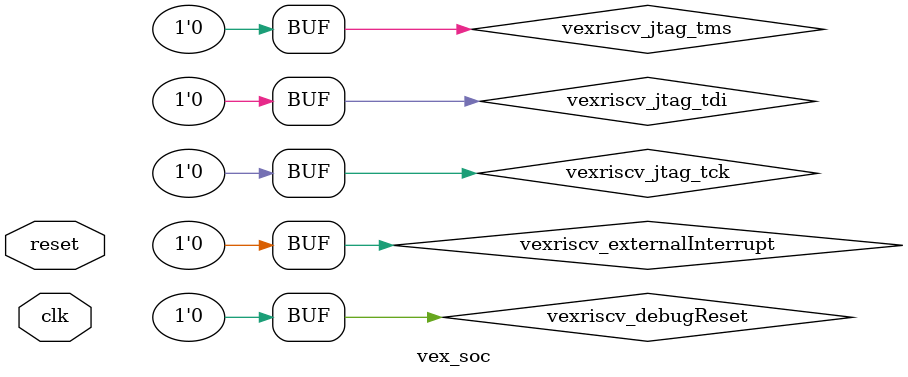
<source format=v>
/*
Top-level module for the Vexriscv SoC with AXI RAM and AXI Interconnect
*/
module vex_soc (
    input wire      reset,
    input wire      clk
);
    wire   	      	vexriscv_dBusAxi_ar_ready;
    wire   	      	vexriscv_dBusAxi_aw_ready;
    reg    	[7:0] 	vexriscv_dBusAxi_b_payload_id;
    reg    	[1:0] 	vexriscv_dBusAxi_b_payload_resp;
    reg    	      	vexriscv_dBusAxi_b_valid;
    reg    	[31:0]	vexriscv_dBusAxi_rf_payload_data;
    wire   	[7:0] 	vexriscv_dBusAxi_r_payload_id;
    reg    	      	vexriscv_dBusAxi_r_payload_last;
    reg    	[1:0] 	vexriscv_dBusAxi_r_payload_resp;
    wire   	      	vexriscv_dBusAxi_r_valid;
    reg    	      	vexriscv_dBusAxi_w_ready;
    wire   	      	vexriscv_debugReset = 1'd0;
    wire   	      	vexriscv_externalInterrupt  = 1'd0;
    reg    	      	vexriscv_iBusAxi_ar_ready;
    reg    	[31:0]	vexriscv_iBusAxi_r_payload_data;
    reg    	[7:0] 	vexriscv_iBusAxi_r_payload_id;
    reg    	      	vexriscv_iBusAxi_r_payload_last;
    reg    	[1:0] 	vexriscv_iBusAxi_r_payload_resp;
    reg    	      	vexriscv_iBusAxi_r_valid;
    reg    	      	vexriscv_jtag_tck = 1'd0;
    reg    	      	vexriscv_jtag_tdi = 1'd0;
    reg    	      	vexriscv_jtag_tms = 1'd0;
    wire   	      	vexriscv_reset;
    wire 	[2:0] 	vexriscv_dBusAxi_ar_payload_size;
    wire 	[3:0] 	vexriscv_dBusAxi_ar_payload_qos;
    wire 	[7:0] 	vexriscv_dBusAxi_ar_payload_id;
    wire   	      	vexriscv_iBusAxi_ar_valid;
    reg    	      	vexriscv_iBusAxi_ar_first;
    reg    	      	vexriscv_iBusAxi_ar_last;
    wire 	[31:0]	vexriscv_iBusAxi_ar_payload_addr;
    wire 	[1:0] 	vexriscv_iBusAxi_ar_payload_burst;
    wire 	[7:0] 	vexriscv_iBusAxi_ar_payload_len;
    wire 	[2:0] 	vexriscv_iBusAxi_ar_payload_size;
    wire 	[1:0] 	vexriscv_iBusAxi_ar_payload_lock;
    wire 	[2:0] 	vexriscv_iBusAxi_ar_payload_prot;
    wire	[3:0] 	vexriscv_iBusAxi_ar_payload_cache;
    wire 	[3:0] 	vexriscv_iBusAxi_ar_payload_qos;
    wire   	      	vexriscv_dBusAxi_ar_valid;
    reg    	      	vexriscv_dBusAxi_ar_first;
    reg    	      	vexriscv_dBusAxi_ar_last;
    wire 	[31:0]	vexriscv_dBusAxi_ar_payload_addr;
    wire 	[1:0] 	vexriscv_dBusAxi_ar_payload_burst;
    wire 	[7:0] 	vexriscv_dBusAxi_ar_payload_len;
    wire   	      	vexriscv_dBusAxi_ar_payload_lock;
    wire 	[2:0] 	vexriscv_dBusAxi_ar_payload_prot;
    reg		[31:0]	vexriscv_dBusAxi_r_payload_data;
    wire	[3:0] 	vexriscv_dBusAxi_ar_payload_cache;
    wire	[31:0]	vexriscv_dBusAxi_aw_payload_addr;
    wire	[1:0] 	vexriscv_dBusAxi_aw_payload_burst;
    wire	[7:0] 	vexriscv_dBusAxi_aw_payload_len;
    wire	[3:0] 	vexriscv_dBusAxi_aw_payload_size;
    wire   	      	vexriscv_dBusAxi_aw_payload_lock;
    wire	[2:0] 	vexriscv_dBusAxi_aw_payload_prot;
    wire	[3:0] 	vexriscv_dBusAxi_aw_payload_cache;
    wire	[3:0] 	vexriscv_dBusAxi_aw_payload_qos;
    wire   	      	vexriscv_dBusAxi_aw_payload_id;
    wire   	      	vexriscv_dBusAxi_aw_valid;
    reg    	      	vexriscv_dBusAxi_aw_first;
    reg    	      	vexriscv_dBusAxi_aw_last;
    wire   	      	vexriscv_dBusAxi_b_ready;
    wire   	      	vexriscv_dBusAxi_r_ready;
    wire   	      	vexriscv_iBusAxi_r_ready;
    reg		[31:0]	vexriscv_dBusAxi_w_payload_data;
    wire	[31:0]	axilitesram1_dat_w;
    wire	[3:0] 	vexriscv_dBusAxi_w_payload_strb;
    wire   	      	vexriscv_dBusAxi_w_last;
    wire   	      	vexriscv_dBusAxi_w_valid;
    wire   	      	vexriscv_iBusAxi_ar_payload_id;
    wire   	      	vexriscv_jtag_tdo;
    wire	[3:0] 	vexriscv_dBusAxi_ar_payload_region;
    wire   	      	vexriscv_dBusAxi_w_payload_last;
	wire			vexriscv_dBusAxi_aw_payload_user;
	wire			vexriscv_dBusAxi_w_payload_user;
	wire			vexriscv_dBusAxi_b_payload_user;
	wire			vexriscv_dBusAxi_ar_payload_user;
	wire			vexriscv_dBusAxi_r_payload_user;
    wire   	      	vexriscv5;
    wire   	      	vexriscv6;
    reg     [7:0]   axi4_m00_axi_awid;
    reg     [31:0]  axi4_m00_axi_awaddr;
    reg     [7:0]   axi4_m00_axi_awlen;
    reg     [2:0]   axi4_m00_axi_awsize;
    reg     [1:0]   axi4_m00_axi_awburst;
    reg             axi4_m00_axi_awlock;
    reg     [3:0]   axi4_m00_axi_awcache;
    reg     [2:0]   axi4_m00_axi_awprot;
    reg             axi4_m00_axi_awvalid;
    wire            axi4_m00_axi_awready;
    reg     [31:0]  axi4_m00_axi_wdata;
    reg     [3:0]   axi4_m00_axi_wstrb;
    reg             axi4_m00_axi_wlast;
    reg             axi4_m00_axi_wvalid;
    wire            axi4_m00_axi_wready;
    wire    [7:0]   axi4_m00_axi_bid;
    wire    [1:0]   axi4_m00_axi_bresp;
    wire            axi4_m00_axi_bvalid;
    reg             axi4_m00_axi_bready;
    reg     [7:0]   axi4_m00_axi_arid;
    reg     [31:0]  axi4_m00_axi_araddr;
    reg     [7:0]   axi4_m00_axi_arlen;
    reg     [2:0]   axi4_m00_axi_arsize;
    reg     [1:0]   axi4_m00_axi_arburst;
    reg             axi4_m00_axi_arlock;
    reg     [3:0]   axi4_m00_axi_arcache;
    reg     [2:0]   axi4_m00_axi_arprot;
    reg             axi4_m00_axi_arvalid;
    wire            axi4_m00_axi_arready;
    wire    [7:0]   axi4_m00_axi_rid;
    wire    [31:0]  axi4_m00_axi_rdata;
    wire    [1:0]   axi4_m00_axi_rresp;
    wire            axi4_m00_axi_rlast;
    wire            axi4_m00_axi_rvalid;
    reg             axi4_m00_axi_rready;
    wire			axi4_m00_axi_buser;
    wire 			axi4_m00_axi_ruser;

	
//------	-Ram--	---------------    
    reg 	[7:0] 	ram_s_axi_awid; 
    reg 	[31:0]	ram_s_axi_awaddr; 
    reg 	[7:0] 	ram_s_axi_awlen; 
    reg 	[2:0] 	ram_s_axi_awsize; 
    reg 	[1:0] 	ram_s_axi_awburst; 
    reg 	      	ram_s_axi_awlock; 
    reg 	[3:0] 	ram_s_axi_awcache; 
    reg 	[2:0] 	ram_s_axi_awprot; 
    reg 	      	ram_s_axi_awvalid; 
    wire	      	ram_s_axi_awready; 
    reg 	[31:0]	ram_s_axi_wdata; 
    reg 	[3:0] 	ram_s_axi_wstrb; 
    reg 	      	ram_s_axi_wlast; 
    reg 	      	ram_s_axi_wvalid; 
    wire	      	ram_s_axi_wready; 
    wire	[7:0] 	ram_s_axi_bid; 
    wire	[1:0] 	ram_s_axi_bresp; 
    wire	      	ram_s_axi_bvalid; 
    reg 	      	ram_s_axi_bready; 
    reg 	[7:0] 	ram_s_axi_arid; 
    reg 	[31:0]	ram_s_axi_araddr; 
    reg 	[7:0] 	ram_s_axi_arlen; 
    reg 	[2:0] 	ram_s_axi_arsize; 
    reg 	[1:0] 	ram_s_axi_arburst; 
    reg 	      	ram_s_axi_arlock; 
    reg 	[3:0] 	ram_s_axi_arcache; 
    reg 	[2:0] 	ram_s_axi_arprot; 
    reg 	      	ram_s_axi_arvalid; 
    wire	      	ram_s_axi_arready; 
    wire	[7:0] 	ram_s_axi_rid; 
    wire	[31:0]	ram_s_axi_rdata; 
    wire	[1:0] 	ram_s_axi_rresp; 
    wire	      	ram_s_axi_rlast; 
    wire	      	ram_s_axi_rvalid; 


//----------------Instansiation------------//


//---------------VexRiscv----------------

VexRiscvAxi4 cpu(
	.clk						(clk),
	.dBusAxi_ar_ready			(vexriscv_dBusAxi_ar_ready),
	.dBusAxi_aw_ready			(vexriscv_dBusAxi_aw_ready),
	.dBusAxi_b_payload_id		(vexriscv_dBusAxi_b_payload_id),
	.dBusAxi_b_payload_resp		(vexriscv_dBusAxi_b_payload_resp),
	.dBusAxi_b_valid			(vexriscv_dBusAxi_b_valid),
	.dBusAxi_r_payload_data		(vexriscv_dBusAxi_r_payload_data),
	.dBusAxi_r_payload_id		(vexriscv_dBusAxi_r_payload_id),
	.dBusAxi_r_payload_last		(vexriscv_dBusAxi_r_payload_last),
	.dBusAxi_r_payload_resp		(vexriscv_dBusAxi_r_payload_resp),
	.dBusAxi_r_valid			(vexriscv_dBusAxi_r_valid),
	.dBusAxi_w_ready			(vexriscv_dBusAxi_w_ready),
	.debugReset					(vexriscv_debugReset),
	.externalInterrupt			(vexriscv_externalInterrupt),
	.iBusAxi_ar_ready			(vexriscv_iBusAxi_ar_ready),
	.iBusAxi_r_payload_data		(vexriscv_iBusAxi_r_payload_data),
	.iBusAxi_r_payload_id		(vexriscv_iBusAxi_r_payload_id),
	.iBusAxi_r_payload_last		(vexriscv_iBusAxi_r_payload_last),
	.iBusAxi_r_payload_resp		(vexriscv_iBusAxi_r_payload_resp),
	.iBusAxi_r_valid			(vexriscv_iBusAxi_r_valid),
	.jtag_tck					(vexriscv_jtag_tck),
	.jtag_tdi					(vexriscv_jtag_tdi),
	.jtag_tms					(vexriscv_jtag_tms),
	.reset						(reset),
	.softwareInterrupt			(1'd0),
	.timerInterrupt				(1'd0),
	.dBusAxi_ar_payload_addr	(vexriscv_dBusAxi_ar_payload_addr),
	.dBusAxi_ar_payload_burst	(vexriscv_dBusAxi_ar_payload_burst),
	.dBusAxi_ar_payload_cache	(vexriscv_dBusAxi_ar_payload_cache),
	.dBusAxi_ar_payload_id		(vexriscv_dBusAxi_ar_payload_id),
	.dBusAxi_ar_payload_len		(vexriscv_dBusAxi_ar_payload_len),
	.dBusAxi_ar_payload_lock	(vexriscv_dBusAxi_ar_payload_lock),
	.dBusAxi_ar_payload_prot	(vexriscv_dBusAxi_ar_payload_prot),
	.dBusAxi_ar_payload_qos		(vexriscv_dBusAxi_ar_payload_qos),
	.dBusAxi_ar_payload_region	(vexriscv_dBusAxi_ar_payload_region),
	.dBusAxi_ar_payload_size	(vexriscv_dBusAxi_ar_payload_size),
	.dBusAxi_ar_valid			(vexriscv_dBusAxi_ar_valid),
	.dBusAxi_aw_payload_addr	(vexriscv_dBusAxi_aw_payload_addr),
	.dBusAxi_aw_payload_burst	(vexriscv_dBusAxi_aw_payload_burst),
	.dBusAxi_aw_payload_cache	(vexriscv_dBusAxi_aw_payload_cache),
	.dBusAxi_aw_payload_id		(vexriscv_dBusAxi_aw_payload_id),
	.dBusAxi_aw_payload_len		(vexriscv_dBusAxi_aw_payload_len),
	.dBusAxi_aw_payload_lock	(vexriscv_dBusAxi_aw_payload_lock),
	.dBusAxi_aw_payload_prot	(vexriscv_dBusAxi_aw_payload_prot),
	.dBusAxi_aw_payload_qos		(vexriscv_dBusAxi_aw_payload_qos),
	.dBusAxi_aw_payload_region	(vexriscv6),
	.dBusAxi_aw_payload_size	(vexriscv_dBusAxi_aw_payload_size),
	.dBusAxi_aw_valid			(vexriscv_dBusAxi_aw_valid),
	.dBusAxi_b_ready			(vexriscv_dBusAxi_b_ready),
	.dBusAxi_r_ready			(vexriscv_dBusAxi_r_ready),
	.dBusAxi_w_payload_data		(vexriscv_dBusAxi_w_payload_data),
	.dBusAxi_w_payload_last		(vexriscv_dBusAxi_w_payload_last),
	.dBusAxi_w_payload_strb		(vexriscv_dBusAxi_w_payload_strb),
	.dBusAxi_w_valid			(vexriscv_dBusAxi_w_valid),
	.iBusAxi_ar_payload_addr	(vexriscv_iBusAxi_ar_payload_addr),
	.iBusAxi_ar_payload_burst	(vexriscv_iBusAxi_ar_payload_burst),
	.iBusAxi_ar_payload_cache	(vexriscv_iBusAxi_ar_payload_cache),
	.iBusAxi_ar_payload_id		(vexriscv_iBusAxi_ar_payload_id),
	.iBusAxi_ar_payload_len		(vexriscv_iBusAxi_ar_payload_len),
	.iBusAxi_ar_payload_lock	(vexriscv_iBusAxi_ar_payload_lock),
	.iBusAxi_ar_payload_prot	(vexriscv_iBusAxi_ar_payload_prot),
	.iBusAxi_ar_payload_qos		(vexriscv_iBusAxi_ar_payload_qos),
	.iBusAxi_ar_payload_region	(vexriscv7),
	.iBusAxi_ar_payload_size	(vexriscv_iBusAxi_ar_payload_size),
	.iBusAxi_ar_valid			(vexriscv_iBusAxi_ar_valid),
	.iBusAxi_r_ready			(vexriscv_iBusAxi_r_ready),
	.jtag_tdo					(vexriscv5),
	.debug_resetOut				(vexriscv8));


//-----------AXI4 full interconnect-----------------

axi4_interconnect axi4(
    .clk						(clk),
    .rst						(reset),
	//-----------Slave-------------------
    .s00_axi_awid				(axi4_s00_axi_awid),
    .s00_axi_awaddr				(vexriscv_dBusAxi_aw_payload_addr),
    .s00_axi_awlen				(vexriscv_dBusAxi_aw_payload_len),
    .s00_axi_awsize				(vexriscv_dBusAxi_aw_payload_size),
    .s00_axi_awburst			(vexriscv_dBusAxi_aw_payload_burst),
    .s00_axi_awlock				(vexriscv_dBusAxi_aw_payload_lock),
    .s00_axi_awcache			(vexriscv_dBusAxi_aw_payload_cache),
    .s00_axi_awprot				(vexriscv_dBusAxi_aw_payload_prot),
    .s00_axi_awqos				(vexriscv_dBusAxi_aw_payload_qos),
    .s00_axi_awuser				(vexriscv_dBusAxi_aw_payload_user),
    .s00_axi_awvalid			(vexriscv_dBusAxi_aw_valid),
    .s00_axi_awready			(vexriscv_dBusAxi_aw_ready),
    .s00_axi_wdata				(vexriscv_dBusAxi_w_payload_data),
    .s00_axi_wstrb				(vexriscv_dBusAxi_w_payload_strb),
    .s00_axi_wlast				(vexriscv_dBusAxi_w_payload_last),
    .s00_axi_wuser				(vexriscv_dBusAxi_w_payload_user),
    .s00_axi_wvalid				(vexriscv_dBusAxi_w_valid),
    .s00_axi_wready				(vexriscv_dBusAxi_w_ready),
    .s00_axi_bid				(vexriscv_dBusAxi_b_payload_id),
    .s00_axi_bresp				(vexriscv_dBusAxi_b_payload_resp),
    .s00_axi_buser				(vexriscv_dBusAxi_b_payload_user),
    .s00_axi_bvalid				(vexriscv_dBusAxi_b_valid),
    .s00_axi_bready				(vexriscv_dBusAxi_b_ready),
    .s00_axi_arid				(vexriscv_dBusAxi_ar_payload_id),
    .s00_axi_araddr				(vexriscv_dBusAxi_ar_payload_addr),
    .s00_axi_arlen				(vexriscv_dBusAxi_ar_payload_len),
    .s00_axi_arsize				(vexriscv_dBusAxi_ar_payload_size),
    .s00_axi_arburst			(vexriscv_dBusAxi_ar_payload_burst),
    .s00_axi_arlock				(vexriscv_dBusAxi_ar_payload_lock),
    .s00_axi_arcache			(vexriscv_dBusAxi_ar_payload_cache),
    .s00_axi_arprot				(vexriscv_dBusAxi_ar_payload_prot),
    .s00_axi_arqos				(vexriscv_dBusAxi_ar_payload_qos),
    .s00_axi_aruser				(vexriscv_dBusAxi_ar_payload_user),
    .s00_axi_arvalid			(vexriscv_dBusAxi_ar_valid),
    .s00_axi_arready			(vexriscv_dBusAxi_ar_ready),
    .s00_axi_rid				(vexriscv_dBusAxi_r_payload_id),
    .s00_axi_rdata				(vexriscv_dBusAxi_r_payload_data),
    .s00_axi_rresp				(vexriscv_dBusAxi_r_payload_resp),
    .s00_axi_rlast				(vexriscv_dBusAxi_r_payload_last),
    .s00_axi_ruser				(vexriscv_dBusAxi_r_payload_user),
    .s00_axi_rvalid				(vexriscv_dBusAxi_r_valid),
    .s00_axi_rready				(vexriscv_dBusAxi_r_ready),
    //------------MASTER----------------
    .m00_axi_awid				(axi4_m00_axi_awid),
    .m00_axi_awaddr				(axi4_m00_axi_awaddr),
    .m00_axi_awlen				(axi4_m00_axi_awlen),
    .m00_axi_awsize				(axi4_m00_axi_awsize),
    .m00_axi_awburst			(axi4_m00_axi_awburst),
    .m00_axi_awlock				(axi4_m00_axi_awlock),
    .m00_axi_awcache			(axi4_m00_axi_awcache),
    .m00_axi_awprot				(axi4_m00_axi_awprot),
    .m00_axi_awqos				(axi4_m00_axi_awqos),
    .m00_axi_awregion			(axi4_m00_axi_awregion),
    .m00_axi_awuser				(axi4_m00_axi_awuser),
    .m00_axi_awvalid			(axi4_m00_axi_awvalid),
    .m00_axi_awready			(axi4_m00_axi_awready),
    .m00_axi_wdata				(axi4_m00_axi_wdata),
    .m00_axi_wstrb				(axi4_m00_axi_wstrb),
    .m00_axi_wlast				(axi4_m00_axi_wlast),
    .m00_axi_wuser				(axi4_m00_axi_wuser),
    .m00_axi_wvalid				(axi4_m00_axi_wvalid),
    .m00_axi_wready				(axi4_m00_axi_wready),
    .m00_axi_bid				(axi4_m00_axi_bid),
    .m00_axi_bresp				(axi4_m00_axi_bresp),
    .m00_axi_buser				(axi4_m00_axi_buser),
    .m00_axi_bvalid				(axi4_m00_axi_bvalid),
    .m00_axi_bready				(axi4_m00_axi_bready),
    .m00_axi_arid				(axi4_m00_axi_arid),
    .m00_axi_araddr				(axi4_m00_axi_araddr),
    .m00_axi_arlen				(axi4_m00_axi_arlen),
    .m00_axi_arsize				(axi4_m00_axi_arsize),
    .m00_axi_arburst			(axi4_m00_axi_arburst),
    .m00_axi_arlock				(axi4_m00_axi_arlock),
    .m00_axi_arcache			(axi4_m00_axi_arcache),
    .m00_axi_arprot				(axi4_m00_axi_arprot),
    .m00_axi_arqos				(axi4_m00_axi_arqos),
    .m00_axi_arregion			(axi4_m00_axi_arregion),
    .m00_axi_aruser				(axi4_m00_axi_aruser),
    .m00_axi_arvalid			(axi4_m00_axi_arvalid),
    .m00_axi_arready			(axi4_m00_axi_arready),
    .m00_axi_rid				(axi4_m00_axi_rid),
    .m00_axi_rdata				(axi4_m00_axi_rdata),
    .m00_axi_rresp				(axi4_m00_axi_rresp),
    .m00_axi_rlast				(axi4_m00_axi_rlast),
    .m00_axi_ruser				(axi4_m00_axi_ruser),
    .m00_axi_rvalid				(axi4_m00_axi_rvalid),
    .m00_axi_rready				(axi4_m00_axi_rready));

//-----------Instruction AXI RAM----------

axi_ram ram_inst(
    .clk						(clk),
    .rst						(reset),
    .s_axi_awid					(ram_s_axi_awid),
    .s_axi_awaddr				(ram_s_axi_awaddr),
    .s_axi_awlen				(ram_s_axi_awlen),
    .s_axi_awsize				(ram_s_axi_awsize),
    .s_axi_awburst				(ram_s_axi_awburst),
    .s_axi_awlock				(ram_s_axi_awlock),
    .s_axi_awcache				(ram_s_axi_awcache),
    .s_axi_awprot				(ram_s_axi_awprot),
    .s_axi_awvalid				(ram_s_axi_awvalid),
    .s_axi_awready				(ram_s_axi_awready),
    .s_axi_wdata				(ram_s_axi_wdata),
    .s_axi_wstrb				(ram_s_axi_wstrb),
    .s_axi_wlast				(ram_s_axi_wlast),
    .s_axi_wvalid				(ram_s_axi_wvalid),
    .s_axi_wready				(ram_s_axi_wready),
    .s_axi_bid					(ram_s_axi_bid),
    .s_axi_bresp				(ram_s_axi_bresp),
    .s_axi_bvalid				(ram_s_axi_bvalid),
    .s_axi_bready				(ram_s_axi_bready),
    .s_axi_arid					(vexriscv_iBusAxi_ar_payload_id),
    .s_axi_araddr				(vexriscv_iBusAxi_ar_payload_addr),
    .s_axi_arlen				(vexriscv_iBusAxi_ar_payload_len),
    .s_axi_arsize				(vexriscv_iBusAxi_ar_payload_size),
    .s_axi_arburst				(vexriscv_iBusAxi_ar_payload_burst),
    .s_axi_arlock				(vexriscv_iBusAxi_ar_payload_lock),
    .s_axi_arcache				(vexriscv_iBusAxi_ar_payload_cache),
    .s_axi_arprot				(vexriscv_iBusAxi_ar_payload_prot),
    .s_axi_arvalid				(vexriscv_iBusAxi_ar_valid),
    .s_axi_arready				(vexriscv_iBusAxi_ar_ready),
    .s_axi_rid					(vexriscv_iBusAxi_r_payload_id),
    .s_axi_rdata				(vexriscv_iBusAxi_r_payload_data),
    .s_axi_rresp				(vexriscv_iBusAxi_r_payload_resp),
    .s_axi_rlast				(vexriscv_iBusAxi_r_payload_last),
    .s_axi_rvalid				(vexriscv_iBusAxi_r_valid),
    .s_axi_rready				(vexriscv_iBusAxi_r_ready));

//-----------Peripheral AXI RAM---------------

axi_ram_per ram_periph(
    .clk						(clk),
    .rst						(reset),
    .s_axi_awid					(axi4_m00_axi_awid),
    .s_axi_awaddr				(axi4_m00_axi_awaddr),
    .s_axi_awlen				(axi4_m00_axi_awlen),
    .s_axi_awsize				(axi4_m00_axi_awsize),
    .s_axi_awburst				(axi4_m00_axi_awburst),
    .s_axi_awlock				(axi4_m00_axi_awlock),
    .s_axi_awcache				(axi4_m00_axi_awcache),
    .s_axi_awprot				(axi4_m00_axi_awprot),
    .s_axi_awvalid				(axi4_m00_axi_awvalid),
    .s_axi_awready				(axi4_m00_axi_awready),
    .s_axi_wdata				(axi4_m00_axi_wdata),
    .s_axi_wstrb				(axi4_m00_axi_wstrb),
    .s_axi_wlast				(axi4_m00_axi_wlast),
    .s_axi_wvalid				(axi4_m00_axi_wvalid),
    .s_axi_wready				(axi4_m00_axi_wready),
    .s_axi_bid					(axi4_m00_axi_bid),
    .s_axi_bresp				(axi4_m00_axi_bresp),
    .s_axi_bvalid				(axi4_m00_axi_bvalid),
    .s_axi_bready				(axi4_m00_axi_bready),
    .s_axi_arid					(axi4_m00_axi_arid),
    .s_axi_araddr				(axi4_m00_axi_araddr),
    .s_axi_arlen				(axi4_m00_axi_arlen),
    .s_axi_arsize				(axi4_m00_axi_arsize),
    .s_axi_arburst				(axi4_m00_axi_arburst),
    .s_axi_arlock				(axi4_m00_axi_arlock),
    .s_axi_arcache				(axi4_m00_axi_arcache),
    .s_axi_arprot				(axi4_m00_axi_arprot),
    .s_axi_arvalid				(axi4_m00_axi_arvalid),
    .s_axi_arready				(axi4_m00_axi_arready),
    .s_axi_rid					(axi4_m00_axi_rid),
    .s_axi_rdata				(axi4_m00_axi_rdata),
    .s_axi_rresp				(axi4_m00_axi_rresp),
    .s_axi_rlast				(axi4_m00_axi_rlast),
    .s_axi_rvalid				(axi4_m00_axi_rvalid),
    .s_axi_rready				(axi4_m00_axi_rready));

endmodule

</source>
